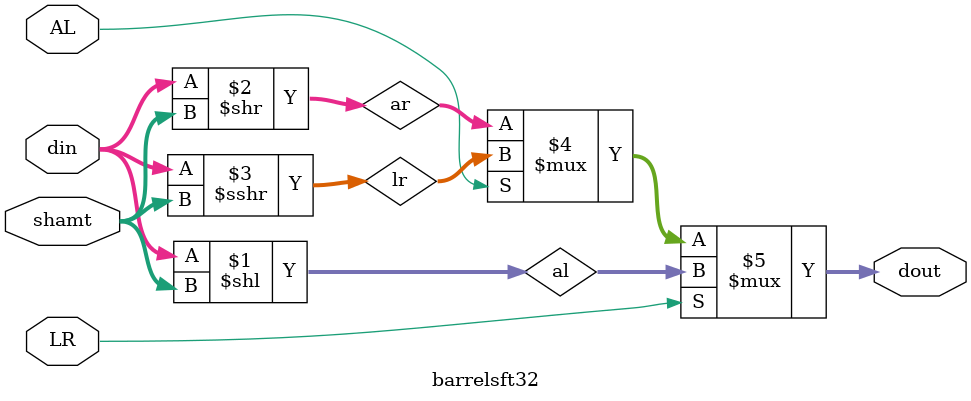
<source format=v>
`timescale 1ns / 1ps


module barrelsft32(
      output [31:0] dout,
      input [31:0] din,
      input [4:0] shamt,     //ÒÆ¶¯Î»Êý
      input LR,           // LR=1Ê±×óÒÆ£¬LR=0Ê±ÓÒÒÆ
      input AL            // AL=1Ê±ËãÊýÓÒÒÆ£¬AR=0Ê±Âß¼­ÓÒÒÆ
    );
    wire [31:0] al = din << shamt;
	wire [31:0] ar = din >> shamt;
	wire [31:0] lr = $signed(din) >>> shamt;
	assign dout = LR ? al
	            : AL ? lr
	            : ar;
endmodule

</source>
